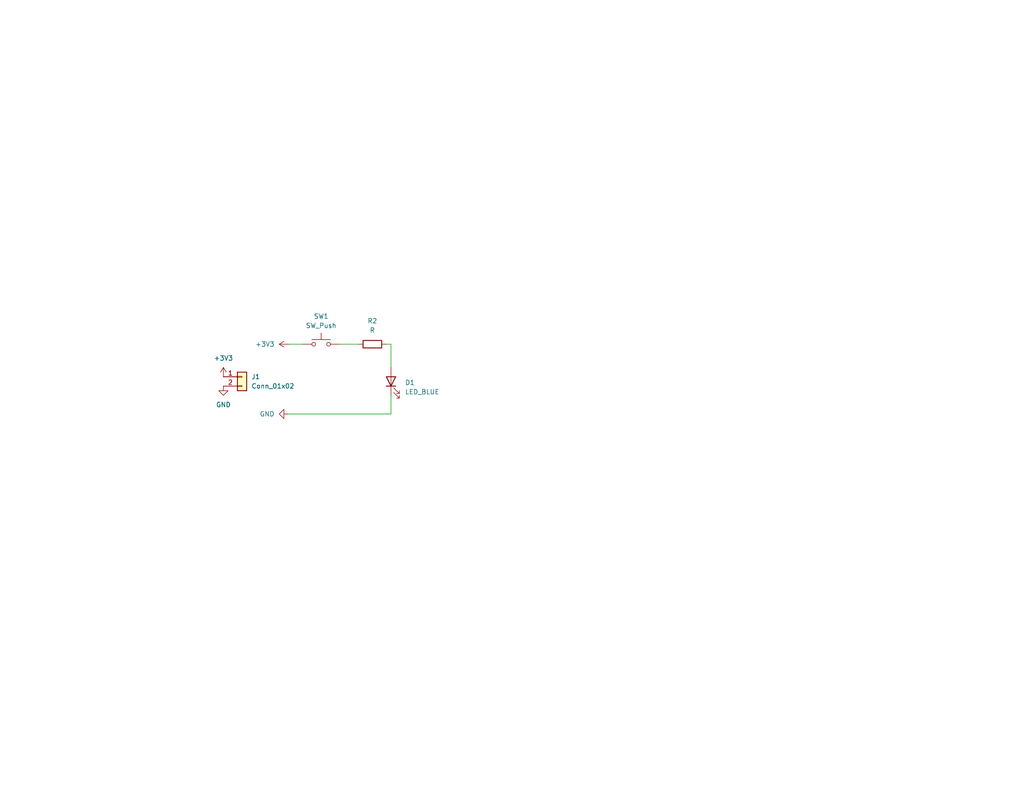
<source format=kicad_sch>
(kicad_sch (version 20231120) (generator "eeschema") (generator_version "8.0")
  (paper "USLetter")
  (title_block (title "Template") (date "2022-08-16") (rev "0.1") (company "Illini Solar Car") (comment 1 "Designed By: Joe Temple") (comment 2 "Project 1: LED"))
  (lib_symbols
    (symbol "Connector_Generic:Conn_01x02" (pin_names (offset 1.016) hide)
      (property "Reference" "J" (at 0 2.54 0))
      (property "Value" "Conn_01x02" (at 0 -5.08 0))
      (symbol "Conn_01x02_1_1"
        (rectangle (start -1.27 -2.413) (end 0 -2.667) (stroke (width 0.1524)))
        (rectangle (start -1.27 0.127) (end 0 -0.127) (stroke (width 0.1524)))
        (rectangle (start -1.27 1.27) (end 1.27 -3.81) (stroke (width 0.254)) (fill (type background)))
        (pin passive line (at -5.08 0 0) (length 3.81) (name "Pin_1") (number "1"))
        (pin passive line (at -5.08 -2.54 0) (length 3.81) (name "Pin_2") (number "2"))
      )
    )
    (symbol "Device:LED" (pin_numbers hide) (pin_names (offset 1.016) hide)
      (property "Reference" "D" (at 0 2.54 0))
      (property "Value" "LED" (at 0 -2.54 0))
      (symbol "LED_0_1"
        (polyline (pts (xy -1.27 -1.27) (xy -1.27 1.27)) (stroke (width 0.254)))
        (polyline (pts (xy -1.27 0) (xy 1.27 0)))
        (polyline (pts (xy 1.27 -1.27) (xy 1.27 1.27) (xy -1.27 0) (xy 1.27 -1.27)) (stroke (width 0.254)))
        (polyline (pts (xy -3.048 -0.762) (xy -4.572 -2.286) (xy -3.81 -2.286) (xy -4.572 -2.286) (xy -4.572 -1.524)))
        (polyline (pts (xy -1.778 -0.762) (xy -3.302 -2.286) (xy -2.54 -2.286) (xy -3.302 -2.286) (xy -3.302 -1.524)))
      )
      (symbol "LED_1_1"
        (pin passive line (at -3.81 0 0) (length 2.54) (name "K") (number "1"))
        (pin passive line (at 3.81 0 180) (length 2.54) (name "A") (number "2"))
      )
    )
    (symbol "Device:R" (pin_numbers hide) (pin_names (offset 0))
      (property "Reference" "R" (at 2.032 0 90))
      (property "Value" "R" (at 0 0 90))
      (symbol "R_0_1"
        (rectangle (start -1.016 -2.54) (end 1.016 2.54) (stroke (width 0.254)))
      )
      (symbol "R_1_1"
        (pin passive line (at 0 3.81 270) (length 1.27) (name "~") (number "1"))
        (pin passive line (at 0 -3.81 90) (length 1.27) (name "~") (number "2"))
      )
    )
    (symbol "Switch:SW_Push" (pin_numbers hide) (pin_names (offset 1.016) hide)
      (property "Reference" "SW" (at 1.27 2.54 0))
      (property "Value" "SW_Push" (at 0 -1.524 0))
      (symbol "SW_Push_0_1"
        (circle (center -2.032 0) (radius 0.508))
        (polyline (pts (xy 0 1.27) (xy 0 3.048)))
        (polyline (pts (xy 2.54 1.27) (xy -2.54 1.27)))
        (circle (center 2.032 0) (radius 0.508))
        (pin passive line (at -5.08 0 0) (length 2.54) (name "1") (number "1"))
        (pin passive line (at 5.08 0 180) (length 2.54) (name "2") (number "2"))
      )
    )
    (symbol "power:+3V3" (power) (pin_names (offset 0))
      (property "Value" "+3V3" (at 0 3.556 0))
      (symbol "+3V3_0_1"
        (polyline (pts (xy -0.762 1.27) (xy 0 2.54)))
        (polyline (pts (xy 0 0) (xy 0 2.54)))
        (polyline (pts (xy 0 2.54) (xy 0.762 1.27)))
      )
      (symbol "+3V3_1_1"
        (pin power_in line (at 0 0 90) (length 0) hide (name "+3V3") (number "1"))
      )
    )
    (symbol "power:GND" (power) (pin_names (offset 0))
      (property "Value" "GND" (at 0 -3.81 0))
      (symbol "GND_0_1"
        (polyline (pts (xy 0 0) (xy 0 -1.27) (xy 1.27 -1.27) (xy 0 -2.54) (xy -1.27 -1.27) (xy 0 -1.27)))
      )
      (symbol "GND_1_1"
        (pin power_in line (at 0 0 270) (length 0) hide (name "GND") (number "1"))
      )
    )
  )
  (wire (pts (xy 105.41 93.98) (xy 106.68 93.98)))
  (wire (pts (xy 78.74 93.98) (xy 82.55 93.98)))
  (wire (pts (xy 106.68 107.95) (xy 106.68 113.03)))
  (wire (pts (xy 78.74 113.03) (xy 106.68 113.03)))
  (wire (pts (xy 92.71 93.98) (xy 97.79 93.98)))
  (wire (pts (xy 106.68 93.98) (xy 106.68 100.33)))
  (symbol (lib_id "Device:LED") (at 106.68 104.14 90) (unit 1)
    (property "Reference" "D1" (at 110.49 104.4574 90) (effects (justify right)))
    (property "Value" "LED_BLUE" (at 110.49 106.9974 90) (effects (justify right)))
    (property "Description" "Light emitting diode" (effects (hide yes)))
  )
  (symbol (lib_id "power:GND") (at 78.74 113.03 270) (unit 1)
    (property "Reference" "#PWR04" (effects (hide yes)))
    (property "Value" "GND" (at 74.93 113.0299 90) (effects (justify right)))
    (property "Description" "Power symbol creates a global label with name \"GND\" , ground" (effects (hide yes)))
  )
  (symbol (lib_id "power:GND") (at 60.96 105.41 0) (unit 1)
    (property "Reference" "#PWR02" (effects (hide yes)))
    (property "Value" "GND" (at 60.96 110.49 0))
    (property "Description" "Power symbol creates a global label with name \"GND\" , ground" (effects (hide yes)))
  )
  (symbol (lib_id "Device:R") (at 101.6 93.98 90) (unit 1)
    (property "Reference" "R2" (at 101.6 87.63 90))
    (property "Value" "R" (at 101.6 90.17 90))
    (property "Description" "Resistor" (effects (hide yes)))
  )
  (symbol (lib_id "Connector_Generic:Conn_01x02") (at 66.04 102.87 0) (unit 1)
    (property "Reference" "J1" (at 68.58 102.8699 0) (effects (justify left)))
    (property "Value" "Conn_01x02" (at 68.58 105.4099 0) (effects (justify left)))
    (property "Description" "Generic connector, single row, 01x02, script generated (kicad-library-utils/schlib/autogen/connector/)" (effects (hide yes)))
  )
  (symbol (lib_id "power:+3V3") (at 78.74 93.98 90) (unit 1)
    (property "Reference" "#PWR03" (effects (hide yes)))
    (property "Value" "+3V3" (at 74.93 93.9799 90) (effects (justify left)))
    (property "Description" "Power symbol creates a global label with name \"+3V3\"" (effects (hide yes)))
  )
  (symbol (lib_id "Switch:SW_Push") (at 87.63 93.98 0) (unit 1)
    (property "Reference" "SW1" (at 87.63 86.36 0))
    (property "Value" "SW_Push" (at 87.63 88.9 0))
    (property "Description" "Push button switch, generic, two pins" (effects (hide yes)))
  )
  (symbol (lib_id "power:+3V3") (at 60.96 102.87 0) (unit 1)
    (property "Reference" "#PWR01" (effects (hide yes)))
    (property "Value" "+3V3" (at 60.96 97.79 0))
    (property "Description" "Power symbol creates a global label with name \"+3V3\"" (effects (hide yes)))
  )
)
</source>
